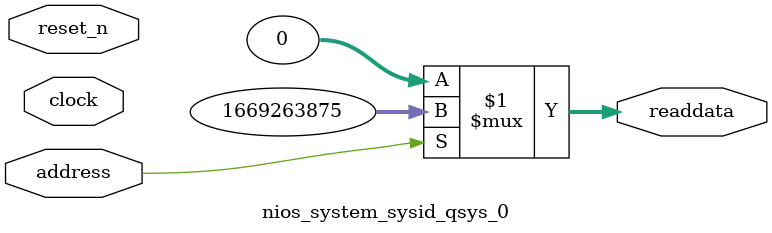
<source format=v>



// synthesis translate_off
`timescale 1ns / 1ps
// synthesis translate_on

// turn off superfluous verilog processor warnings 
// altera message_level Level1 
// altera message_off 10034 10035 10036 10037 10230 10240 10030 

module nios_system_sysid_qsys_0 (
               // inputs:
                address,
                clock,
                reset_n,

               // outputs:
                readdata
             )
;

  output  [ 31: 0] readdata;
  input            address;
  input            clock;
  input            reset_n;

  wire    [ 31: 0] readdata;
  //control_slave, which is an e_avalon_slave
  assign readdata = address ? 1669263875 : 0;

endmodule



</source>
